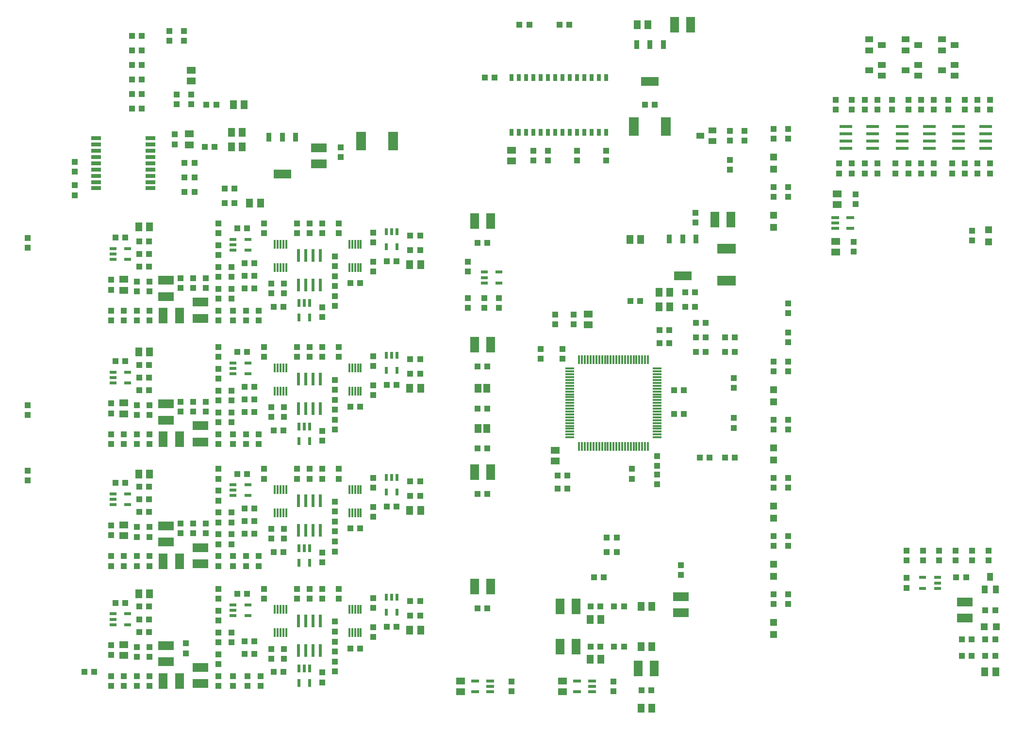
<source format=gbr>
G04 EAGLE Gerber RS-274X export*
G75*
%MOMM*%
%FSLAX34Y34*%
%LPD*%
%INSolderpaste Top*%
%IPPOS*%
%AMOC8*
5,1,8,0,0,1.08239X$1,22.5*%
G01*
%ADD10R,1.100000X1.000000*%
%ADD11R,1.000000X1.100000*%
%ADD12R,1.320800X0.558800*%
%ADD13R,2.700000X1.600000*%
%ADD14R,1.500000X1.300000*%
%ADD15R,0.330200X1.524000*%
%ADD16R,1.600000X2.700000*%
%ADD17R,1.200000X0.600000*%
%ADD18R,1.200000X0.550000*%
%ADD19R,0.600000X2.200000*%
%ADD20R,0.600000X1.200000*%
%ADD21R,1.300000X1.500000*%
%ADD22R,0.558800X1.320800*%
%ADD23R,0.762000X1.270000*%
%ADD24R,1.600000X0.300000*%
%ADD25R,0.300000X1.600000*%
%ADD26R,1.200000X1.200000*%
%ADD27R,1.168400X1.600200*%
%ADD28R,1.000000X1.400000*%
%ADD29R,2.184400X0.558800*%
%ADD30R,1.400000X1.000000*%
%ADD31R,0.838200X1.600200*%
%ADD32R,3.098800X1.600200*%
%ADD33R,1.800000X3.200000*%
%ADD34R,3.200000X1.800000*%
%ADD35R,1.800000X0.800000*%
%ADD36R,1.800000X0.700000*%


D10*
X131200Y114300D03*
X148200Y114300D03*
X177800Y89925D03*
X177800Y106925D03*
X31750Y855100D03*
X31750Y872100D03*
X31750Y563000D03*
X31750Y580000D03*
X31750Y448700D03*
X31750Y465700D03*
X177800Y745100D03*
X177800Y728100D03*
X177800Y529200D03*
X177800Y512200D03*
X177800Y316475D03*
X177800Y299475D03*
X200025Y728100D03*
X200025Y745100D03*
D11*
X244475Y795900D03*
X244475Y778900D03*
X298450Y802250D03*
X298450Y785250D03*
X390525Y728100D03*
X390525Y745100D03*
D10*
X410600Y806450D03*
X427600Y806450D03*
D11*
X410600Y784225D03*
X427600Y784225D03*
D12*
X838454Y79502D03*
X838454Y88900D03*
X838454Y98298D03*
X812546Y98298D03*
X812546Y79502D03*
D13*
X1171575Y245775D03*
X1171575Y217775D03*
D14*
X787400Y79400D03*
X787400Y98400D03*
D11*
X365125Y804300D03*
X365125Y821300D03*
D10*
X365125Y897500D03*
X365125Y880500D03*
D11*
X365125Y859400D03*
X365125Y842400D03*
D10*
X387350Y804300D03*
X387350Y821300D03*
X397900Y889000D03*
X414900Y889000D03*
D15*
X463169Y821055D03*
X467995Y821055D03*
X473075Y821055D03*
X478155Y821055D03*
X482981Y821055D03*
X482981Y861695D03*
X478155Y861695D03*
X473075Y861695D03*
X467995Y861695D03*
X463169Y861695D03*
D11*
X479425Y792725D03*
X479425Y775725D03*
X444500Y897500D03*
X444500Y880500D03*
D13*
X273050Y798225D03*
X273050Y770225D03*
D16*
X268575Y736600D03*
X296575Y736600D03*
D11*
X457200Y775725D03*
X457200Y792725D03*
D10*
X397900Y250825D03*
X414900Y250825D03*
D15*
X463169Y182880D03*
X467995Y182880D03*
X473075Y182880D03*
X478155Y182880D03*
X482981Y182880D03*
X482981Y223520D03*
X478155Y223520D03*
X473075Y223520D03*
X467995Y223520D03*
X463169Y223520D03*
D11*
X457200Y137550D03*
X457200Y154550D03*
X410600Y828675D03*
X427600Y828675D03*
D10*
X387350Y766200D03*
X387350Y783200D03*
X320675Y785250D03*
X320675Y802250D03*
D11*
X342900Y785250D03*
X342900Y802250D03*
X461400Y752475D03*
X478400Y752475D03*
X244475Y580000D03*
X244475Y563000D03*
X298450Y586350D03*
X298450Y569350D03*
X390525Y512200D03*
X390525Y529200D03*
D10*
X410600Y590550D03*
X427600Y590550D03*
D11*
X410600Y568325D03*
X427600Y568325D03*
X365125Y588400D03*
X365125Y605400D03*
D10*
X365125Y681600D03*
X365125Y664600D03*
D11*
X365125Y643500D03*
X365125Y626500D03*
D10*
X387350Y588400D03*
X387350Y605400D03*
D11*
X444500Y681600D03*
X444500Y664600D03*
D15*
X463169Y605155D03*
X467995Y605155D03*
X473075Y605155D03*
X478155Y605155D03*
X482981Y605155D03*
X482981Y645795D03*
X478155Y645795D03*
X473075Y645795D03*
X467995Y645795D03*
X463169Y645795D03*
D10*
X397900Y673100D03*
X414900Y673100D03*
D13*
X273050Y582325D03*
X273050Y554325D03*
D16*
X268575Y520700D03*
X296575Y520700D03*
D11*
X457200Y559825D03*
X457200Y576825D03*
X410600Y612775D03*
X427600Y612775D03*
D10*
X387350Y550300D03*
X387350Y567300D03*
X320675Y569350D03*
X320675Y586350D03*
D11*
X342900Y569350D03*
X342900Y586350D03*
X461400Y536575D03*
X478400Y536575D03*
D10*
X200025Y299475D03*
X200025Y316475D03*
D11*
X244475Y367275D03*
X244475Y350275D03*
X298450Y373625D03*
X298450Y356625D03*
X390525Y299475D03*
X390525Y316475D03*
D10*
X410600Y377825D03*
X427600Y377825D03*
D11*
X410600Y355600D03*
X427600Y355600D03*
X365125Y375675D03*
X365125Y392675D03*
D10*
X365125Y468875D03*
X365125Y451875D03*
D11*
X365125Y430775D03*
X365125Y413775D03*
D10*
X387350Y375675D03*
X387350Y392675D03*
D11*
X444500Y468875D03*
X444500Y451875D03*
D15*
X463169Y392430D03*
X467995Y392430D03*
X473075Y392430D03*
X478155Y392430D03*
X482981Y392430D03*
X482981Y433070D03*
X478155Y433070D03*
X473075Y433070D03*
X467995Y433070D03*
X463169Y433070D03*
D10*
X397900Y460375D03*
X414900Y460375D03*
D13*
X273050Y369600D03*
X273050Y341600D03*
D16*
X268575Y307975D03*
X296575Y307975D03*
D11*
X457200Y347100D03*
X457200Y364100D03*
X410600Y400050D03*
X427600Y400050D03*
D10*
X387350Y337575D03*
X387350Y354575D03*
X320675Y356625D03*
X320675Y373625D03*
D11*
X342900Y356625D03*
X342900Y373625D03*
D10*
X523875Y468875D03*
X523875Y451875D03*
X200025Y89925D03*
X200025Y106925D03*
D11*
X244475Y157725D03*
X244475Y140725D03*
X307975Y164075D03*
X307975Y147075D03*
X390525Y89925D03*
X390525Y106925D03*
D10*
X365125Y128025D03*
X365125Y145025D03*
D11*
X365125Y166125D03*
X365125Y183125D03*
D10*
X365125Y259325D03*
X365125Y242325D03*
D11*
X365125Y221225D03*
X365125Y204225D03*
D10*
X387350Y166125D03*
X387350Y183125D03*
D11*
X444500Y259325D03*
X444500Y242325D03*
D15*
X593344Y182880D03*
X598170Y182880D03*
X603250Y182880D03*
X608330Y182880D03*
X613156Y182880D03*
X613156Y223520D03*
X608330Y223520D03*
X603250Y223520D03*
X598170Y223520D03*
X593344Y223520D03*
D11*
X635000Y243450D03*
X635000Y226450D03*
X574675Y259325D03*
X574675Y242325D03*
D13*
X273050Y160050D03*
X273050Y132050D03*
D16*
X268575Y98425D03*
X296575Y98425D03*
D11*
X635000Y175650D03*
X635000Y192650D03*
X594750Y155575D03*
X611750Y155575D03*
D10*
X365125Y567300D03*
X365125Y550300D03*
X365125Y783200D03*
X365125Y766200D03*
X365125Y354575D03*
X365125Y337575D03*
X800100Y767325D03*
X800100Y750325D03*
D17*
X854435Y812775D03*
X854435Y793775D03*
X828315Y812775D03*
X828315Y803275D03*
X828315Y793775D03*
D10*
X800100Y830825D03*
X800100Y813825D03*
X854075Y750325D03*
X854075Y767325D03*
D11*
X828675Y767325D03*
X828675Y750325D03*
D10*
X410600Y168275D03*
X427600Y168275D03*
D11*
X410600Y146050D03*
X427600Y146050D03*
D10*
X523875Y259325D03*
X523875Y242325D03*
D15*
X593344Y392430D03*
X598170Y392430D03*
X603250Y392430D03*
X608330Y392430D03*
X613156Y392430D03*
X613156Y433070D03*
X608330Y433070D03*
X603250Y433070D03*
X598170Y433070D03*
X593344Y433070D03*
D11*
X635000Y453000D03*
X635000Y436000D03*
X574675Y468875D03*
X574675Y451875D03*
X635000Y385200D03*
X635000Y402200D03*
X594750Y365125D03*
X611750Y365125D03*
D15*
X593344Y605155D03*
X598170Y605155D03*
X603250Y605155D03*
X608330Y605155D03*
X613156Y605155D03*
X613156Y645795D03*
X608330Y645795D03*
X603250Y645795D03*
X598170Y645795D03*
X593344Y645795D03*
D11*
X635000Y665725D03*
X635000Y648725D03*
X574675Y681600D03*
X574675Y664600D03*
X635000Y597925D03*
X635000Y614925D03*
X594750Y577850D03*
X611750Y577850D03*
D15*
X593344Y821055D03*
X598170Y821055D03*
X603250Y821055D03*
X608330Y821055D03*
X613156Y821055D03*
X613156Y861695D03*
X608330Y861695D03*
X603250Y861695D03*
X598170Y861695D03*
X593344Y861695D03*
D11*
X635000Y881625D03*
X635000Y864625D03*
X574675Y897500D03*
X574675Y880500D03*
X635000Y813825D03*
X635000Y830825D03*
X594750Y793750D03*
X611750Y793750D03*
X222250Y728100D03*
X222250Y745100D03*
D10*
X244475Y745100D03*
X244475Y728100D03*
D11*
X222250Y512200D03*
X222250Y529200D03*
D10*
X244475Y529200D03*
X244475Y512200D03*
D11*
X222250Y299475D03*
X222250Y316475D03*
X222250Y89925D03*
X222250Y106925D03*
D10*
X244475Y316475D03*
X244475Y299475D03*
X244475Y106925D03*
X244475Y89925D03*
X177800Y143900D03*
X177800Y160900D03*
X177800Y353450D03*
X177800Y370450D03*
X177800Y566175D03*
X177800Y583175D03*
X177800Y782075D03*
X177800Y799075D03*
X434975Y728100D03*
X434975Y745100D03*
X434975Y512200D03*
X434975Y529200D03*
X434975Y299475D03*
X434975Y316475D03*
X438150Y89925D03*
X438150Y106925D03*
X1358900Y232800D03*
X1358900Y249800D03*
X568325Y624450D03*
X568325Y607450D03*
X568325Y411725D03*
X568325Y394725D03*
X568325Y202175D03*
X568325Y185175D03*
X568325Y840350D03*
X568325Y823350D03*
D18*
X390225Y654025D03*
X390225Y644525D03*
X390225Y635025D03*
X416225Y635025D03*
X416225Y654025D03*
X390225Y441300D03*
X390225Y431800D03*
X390225Y422300D03*
X416225Y422300D03*
X416225Y441300D03*
X390225Y231750D03*
X390225Y222250D03*
X390225Y212750D03*
X416225Y212750D03*
X416225Y231750D03*
X390225Y869925D03*
X390225Y860425D03*
X390225Y850925D03*
X416225Y850925D03*
X416225Y869925D03*
D19*
X542925Y841975D03*
X530225Y841975D03*
X517525Y841975D03*
X504825Y841975D03*
X504825Y789975D03*
X517525Y789975D03*
X530225Y789975D03*
X542925Y789975D03*
D11*
X501650Y880500D03*
X501650Y897500D03*
X568325Y788425D03*
X568325Y805425D03*
X546100Y897500D03*
X546100Y880500D03*
X568325Y753500D03*
X568325Y770500D03*
X479425Y576825D03*
X479425Y559825D03*
D19*
X542925Y626075D03*
X530225Y626075D03*
X517525Y626075D03*
X504825Y626075D03*
X504825Y574075D03*
X517525Y574075D03*
X530225Y574075D03*
X542925Y574075D03*
D11*
X501650Y664600D03*
X501650Y681600D03*
X568325Y572525D03*
X568325Y589525D03*
X546100Y681600D03*
X546100Y664600D03*
X568325Y537600D03*
X568325Y554600D03*
X479425Y364100D03*
X479425Y347100D03*
D19*
X542925Y413350D03*
X530225Y413350D03*
X517525Y413350D03*
X504825Y413350D03*
X504825Y361350D03*
X517525Y361350D03*
X530225Y361350D03*
X542925Y361350D03*
D11*
X501650Y451875D03*
X501650Y468875D03*
X568325Y359800D03*
X568325Y376800D03*
X546100Y468875D03*
X546100Y451875D03*
X568325Y324875D03*
X568325Y341875D03*
X479425Y154550D03*
X479425Y137550D03*
D19*
X542925Y203800D03*
X530225Y203800D03*
X517525Y203800D03*
X504825Y203800D03*
X504825Y151800D03*
X517525Y151800D03*
X530225Y151800D03*
X542925Y151800D03*
D11*
X501650Y242325D03*
X501650Y259325D03*
X568325Y150250D03*
X568325Y167250D03*
X546100Y259325D03*
X546100Y242325D03*
X568325Y115325D03*
X568325Y132325D03*
X226450Y866775D03*
X243450Y866775D03*
D10*
X523875Y897500D03*
X523875Y880500D03*
X523875Y681600D03*
X523875Y664600D03*
D11*
X461400Y114300D03*
X478400Y114300D03*
X461400Y323850D03*
X478400Y323850D03*
X1054100Y97400D03*
X1054100Y80400D03*
X412750Y745100D03*
X412750Y728100D03*
X412750Y529200D03*
X412750Y512200D03*
X412750Y316475D03*
X412750Y299475D03*
X415925Y106925D03*
X415925Y89925D03*
D17*
X206735Y854050D03*
X206735Y835050D03*
X180615Y854050D03*
X180615Y844550D03*
X180615Y835050D03*
D11*
X226450Y822325D03*
X243450Y822325D03*
X226450Y844550D03*
X243450Y844550D03*
X222250Y795900D03*
X222250Y778900D03*
D14*
X200025Y800075D03*
X200025Y781075D03*
D10*
X185175Y873125D03*
X202175Y873125D03*
D11*
X226450Y650875D03*
X243450Y650875D03*
D17*
X206735Y638150D03*
X206735Y619150D03*
X180615Y638150D03*
X180615Y628650D03*
X180615Y619150D03*
D11*
X226450Y606425D03*
X243450Y606425D03*
X226450Y628650D03*
X243450Y628650D03*
X222250Y580000D03*
X222250Y563000D03*
D14*
X200025Y584175D03*
X200025Y565175D03*
D10*
X185175Y657225D03*
X202175Y657225D03*
D11*
X226450Y438150D03*
X243450Y438150D03*
D17*
X206735Y425425D03*
X206735Y406425D03*
X180615Y425425D03*
X180615Y415925D03*
X180615Y406425D03*
D11*
X226450Y393700D03*
X243450Y393700D03*
X226450Y415925D03*
X243450Y415925D03*
X222250Y367275D03*
X222250Y350275D03*
D14*
X200025Y371450D03*
X200025Y352450D03*
D10*
X185175Y444500D03*
X202175Y444500D03*
D11*
X226450Y228600D03*
X243450Y228600D03*
D17*
X206735Y215875D03*
X206735Y196875D03*
X180615Y215875D03*
X180615Y206375D03*
X180615Y196875D03*
D11*
X226450Y184150D03*
X243450Y184150D03*
X226450Y206375D03*
X243450Y206375D03*
X222250Y157725D03*
X222250Y140725D03*
D14*
X200025Y161900D03*
X200025Y142900D03*
D10*
X185175Y234950D03*
X202175Y234950D03*
D11*
X716525Y850900D03*
X699525Y850900D03*
D20*
X676250Y856890D03*
X657250Y856890D03*
X676250Y883010D03*
X666750Y883010D03*
X657250Y883010D03*
D21*
X717525Y825500D03*
X698525Y825500D03*
D10*
X658250Y831850D03*
X675250Y831850D03*
D11*
X716525Y635000D03*
X699525Y635000D03*
D20*
X676250Y640990D03*
X657250Y640990D03*
X676250Y667110D03*
X666750Y667110D03*
X657250Y667110D03*
D21*
X717525Y609600D03*
X698525Y609600D03*
D10*
X658250Y615950D03*
X675250Y615950D03*
D11*
X716525Y422275D03*
X699525Y422275D03*
D20*
X676250Y428265D03*
X657250Y428265D03*
X676250Y454385D03*
X666750Y454385D03*
X657250Y454385D03*
D21*
X717525Y396875D03*
X698525Y396875D03*
D10*
X658250Y403225D03*
X675250Y403225D03*
D11*
X716525Y212725D03*
X699525Y212725D03*
D20*
X676250Y218715D03*
X657250Y218715D03*
X676250Y244835D03*
X666750Y244835D03*
X657250Y244835D03*
D21*
X717525Y187325D03*
X698525Y187325D03*
D10*
X658250Y193675D03*
X675250Y193675D03*
D22*
X523748Y758825D03*
X514350Y758825D03*
X504952Y758825D03*
X504952Y733425D03*
X523748Y733425D03*
X523748Y120650D03*
X514350Y120650D03*
X504952Y120650D03*
X504952Y95250D03*
X523748Y95250D03*
X523748Y330200D03*
X514350Y330200D03*
X504952Y330200D03*
X504952Y304800D03*
X523748Y304800D03*
X523748Y542925D03*
X514350Y542925D03*
X504952Y542925D03*
X504952Y517525D03*
X523748Y517525D03*
D10*
X200025Y512200D03*
X200025Y529200D03*
D13*
X333375Y516225D03*
X333375Y544225D03*
D11*
X365125Y512200D03*
X365125Y529200D03*
X365125Y728100D03*
X365125Y745100D03*
D13*
X333375Y732125D03*
X333375Y760125D03*
X333375Y303500D03*
X333375Y331500D03*
D11*
X365125Y299475D03*
X365125Y316475D03*
D13*
X333375Y93950D03*
X333375Y121950D03*
D11*
X365125Y89925D03*
X365125Y106925D03*
D23*
X876300Y1057100D03*
X889000Y1057100D03*
X901700Y1057100D03*
X914400Y1057100D03*
X927100Y1057100D03*
X939800Y1057100D03*
X952500Y1057100D03*
X965200Y1057100D03*
X977900Y1057100D03*
X990600Y1057100D03*
X977900Y1152700D03*
X990600Y1152700D03*
X1003300Y1152700D03*
X1016000Y1152700D03*
X1028700Y1152700D03*
X1041400Y1152700D03*
X1041400Y1057100D03*
X1028700Y1057100D03*
X1016000Y1057100D03*
X1003300Y1057100D03*
X965200Y1152700D03*
X952500Y1152700D03*
X939800Y1152700D03*
X927100Y1152700D03*
X914400Y1152700D03*
X901700Y1152700D03*
X889000Y1152700D03*
X876300Y1152700D03*
D10*
X279400Y1217050D03*
X279400Y1234050D03*
X304800Y1217050D03*
X304800Y1234050D03*
D11*
X213750Y1225550D03*
X230750Y1225550D03*
X213750Y1174750D03*
X230750Y1174750D03*
X230750Y1149350D03*
X213750Y1149350D03*
X230750Y1123950D03*
X213750Y1123950D03*
D10*
X990600Y1024500D03*
X990600Y1007500D03*
X1041400Y1007500D03*
X1041400Y1024500D03*
X230750Y1200150D03*
X213750Y1200150D03*
X959875Y1244600D03*
X976875Y1244600D03*
X907025Y1244600D03*
X890025Y1244600D03*
X213750Y1098550D03*
X230750Y1098550D03*
X1257300Y1008625D03*
X1257300Y991625D03*
X1257300Y1059425D03*
X1257300Y1042425D03*
X1282700Y1059425D03*
X1282700Y1042425D03*
D11*
X288925Y1053075D03*
X288925Y1036075D03*
X322825Y977900D03*
X305825Y977900D03*
X322825Y952500D03*
X305825Y952500D03*
D14*
X314325Y1054075D03*
X314325Y1035075D03*
D21*
X1101700Y869950D03*
X1082700Y869950D03*
D13*
X539750Y1030000D03*
X539750Y1002000D03*
D11*
X322825Y1003300D03*
X305825Y1003300D03*
D10*
X829700Y1152525D03*
X846700Y1152525D03*
D21*
X1114400Y1244600D03*
X1095400Y1244600D03*
D16*
X1125250Y120650D03*
X1097250Y120650D03*
D11*
X546100Y113275D03*
X546100Y96275D03*
X546100Y322825D03*
X546100Y305825D03*
X546100Y535550D03*
X546100Y518550D03*
X546100Y751450D03*
X546100Y734450D03*
X699525Y876300D03*
X716525Y876300D03*
X699525Y238125D03*
X716525Y238125D03*
X699525Y447675D03*
X716525Y447675D03*
X699525Y660400D03*
X716525Y660400D03*
X577850Y1030850D03*
X577850Y1013850D03*
X876300Y97400D03*
X876300Y80400D03*
D10*
X1119750Y82550D03*
X1102750Y82550D03*
D11*
X1171575Y283600D03*
X1171575Y300600D03*
D10*
X1358900Y639200D03*
X1358900Y656200D03*
X1358900Y537600D03*
X1358900Y554600D03*
X1358900Y436000D03*
X1358900Y453000D03*
X1358900Y334400D03*
X1358900Y351400D03*
D16*
X839500Y685800D03*
X811500Y685800D03*
X839500Y901700D03*
X811500Y901700D03*
X839500Y263525D03*
X811500Y263525D03*
X839500Y463550D03*
X811500Y463550D03*
D10*
X834000Y225425D03*
X817000Y225425D03*
X834000Y863600D03*
X817000Y863600D03*
X834000Y425450D03*
X817000Y425450D03*
X834000Y647700D03*
X817000Y647700D03*
D21*
X244450Y460375D03*
X225450Y460375D03*
X244450Y250825D03*
X225450Y250825D03*
X244450Y673100D03*
X225450Y673100D03*
X244450Y892175D03*
X225450Y892175D03*
D24*
X1130100Y524200D03*
X1130100Y529200D03*
X1130100Y534200D03*
X1130100Y539200D03*
X1130100Y544200D03*
X1130100Y549200D03*
X1130100Y554200D03*
X1130100Y559200D03*
X1130100Y564200D03*
X1130100Y569200D03*
X1130100Y574200D03*
X1130100Y579200D03*
X1130100Y584200D03*
X1130100Y589200D03*
X1130100Y594200D03*
X1130100Y599200D03*
X1130100Y604200D03*
X1130100Y609200D03*
X1130100Y614200D03*
X1130100Y619200D03*
X1130100Y624200D03*
X1130100Y629200D03*
X1130100Y634200D03*
X1130100Y639200D03*
X1130100Y644200D03*
D25*
X1114100Y660200D03*
X1109100Y660200D03*
X1104100Y660200D03*
X1099100Y660200D03*
X1094100Y660200D03*
X1089100Y660200D03*
X1084100Y660200D03*
X1079100Y660200D03*
X1074100Y660200D03*
X1069100Y660200D03*
X1064100Y660200D03*
X1059100Y660200D03*
X1054100Y660200D03*
X1049100Y660200D03*
X1044100Y660200D03*
X1039100Y660200D03*
X1034100Y660200D03*
X1029100Y660200D03*
X1024100Y660200D03*
X1019100Y660200D03*
X1014100Y660200D03*
X1009100Y660200D03*
X1004100Y660200D03*
X999100Y660200D03*
X994100Y660200D03*
D24*
X978100Y644200D03*
X978100Y639200D03*
X978100Y634200D03*
X978100Y629200D03*
X978100Y624200D03*
X978100Y619200D03*
X978100Y614200D03*
X978100Y609200D03*
X978100Y604200D03*
X978100Y599200D03*
X978100Y594200D03*
X978100Y589200D03*
X978100Y584200D03*
X978100Y579200D03*
X978100Y574200D03*
X978100Y569200D03*
X978100Y564200D03*
X978100Y559200D03*
X978100Y554200D03*
X978100Y549200D03*
X978100Y544200D03*
X978100Y539200D03*
X978100Y534200D03*
X978100Y529200D03*
X978100Y524200D03*
D25*
X994100Y508200D03*
X999100Y508200D03*
X1004100Y508200D03*
X1009100Y508200D03*
X1014100Y508200D03*
X1019100Y508200D03*
X1024100Y508200D03*
X1029100Y508200D03*
X1034100Y508200D03*
X1039100Y508200D03*
X1044100Y508200D03*
X1049100Y508200D03*
X1054100Y508200D03*
X1059100Y508200D03*
X1064100Y508200D03*
X1069100Y508200D03*
X1074100Y508200D03*
X1079100Y508200D03*
X1084100Y508200D03*
X1089100Y508200D03*
X1094100Y508200D03*
X1099100Y508200D03*
X1104100Y508200D03*
X1109100Y508200D03*
X1114100Y508200D03*
D11*
X1263650Y610625D03*
X1263650Y627625D03*
X1263650Y557775D03*
X1263650Y540775D03*
X1221350Y488950D03*
X1204350Y488950D03*
D10*
X1248800Y488950D03*
X1265800Y488950D03*
X1358900Y1045600D03*
X1358900Y1062600D03*
X1358900Y944000D03*
X1358900Y961000D03*
X1248800Y698500D03*
X1265800Y698500D03*
X1248800Y673100D03*
X1265800Y673100D03*
X1215000Y698500D03*
X1198000Y698500D03*
X1215000Y673100D03*
X1198000Y673100D03*
D11*
X1198000Y723900D03*
X1215000Y723900D03*
D10*
X1159900Y565150D03*
X1176900Y565150D03*
X1134500Y688975D03*
X1151500Y688975D03*
D11*
X984250Y721750D03*
X984250Y738750D03*
X1130300Y459350D03*
X1130300Y442350D03*
D10*
X973700Y457200D03*
X956700Y457200D03*
X1159900Y606425D03*
X1176900Y606425D03*
D14*
X1009650Y720750D03*
X1009650Y739750D03*
X952500Y501625D03*
X952500Y482625D03*
D10*
X1085850Y451875D03*
X1085850Y468875D03*
D11*
X1042425Y349250D03*
X1059425Y349250D03*
X1042425Y323850D03*
X1059425Y323850D03*
D10*
X1358900Y690000D03*
X1358900Y707000D03*
X1358900Y740800D03*
X1358900Y757800D03*
D26*
X1333500Y586400D03*
X1333500Y607400D03*
X1333500Y992800D03*
X1333500Y1013800D03*
X1333500Y180000D03*
X1333500Y201000D03*
X1333500Y281600D03*
X1333500Y302600D03*
X1333500Y383200D03*
X1333500Y404200D03*
X1333500Y484800D03*
X1333500Y505800D03*
X1333500Y891200D03*
X1333500Y912200D03*
D10*
X1333500Y232800D03*
X1333500Y249800D03*
X1333500Y334400D03*
X1333500Y351400D03*
X1333500Y436000D03*
X1333500Y453000D03*
X1333500Y944000D03*
X1333500Y961000D03*
X1333500Y1045600D03*
X1333500Y1062600D03*
X1333500Y537600D03*
X1333500Y554600D03*
X1333500Y639200D03*
X1333500Y656200D03*
D11*
X1100700Y762000D03*
X1083700Y762000D03*
X1020200Y279400D03*
X1037200Y279400D03*
D27*
X817880Y609600D03*
X833120Y609600D03*
X817880Y539750D03*
X833120Y539750D03*
D11*
X834000Y574675D03*
X817000Y574675D03*
X834000Y504825D03*
X817000Y504825D03*
D10*
X1565275Y326000D03*
X1565275Y309000D03*
X1719825Y142875D03*
X1702825Y142875D03*
X1678550Y171450D03*
X1661550Y171450D03*
D11*
X1669025Y279400D03*
X1652025Y279400D03*
X1622425Y309000D03*
X1622425Y326000D03*
X1651000Y326000D03*
X1651000Y309000D03*
D10*
X1593850Y309000D03*
X1593850Y326000D03*
X1679575Y309000D03*
X1679575Y326000D03*
D11*
X1719825Y222250D03*
X1702825Y222250D03*
X1565275Y261375D03*
X1565275Y278375D03*
D26*
X1700825Y193675D03*
X1721825Y193675D03*
D13*
X1666875Y208250D03*
X1666875Y236250D03*
D21*
X1720825Y114300D03*
X1701825Y114300D03*
D18*
X1619550Y260375D03*
X1619550Y269875D03*
X1619550Y279375D03*
X1593550Y279375D03*
X1593550Y260375D03*
D11*
X1708150Y326000D03*
X1708150Y309000D03*
D28*
X1711325Y280875D03*
X1720825Y258875D03*
X1701825Y258875D03*
D29*
X1459103Y1066800D03*
X1459103Y1054100D03*
X1459103Y1041400D03*
X1459103Y1028700D03*
X1506347Y1028700D03*
X1506347Y1041400D03*
X1506347Y1054100D03*
X1506347Y1066800D03*
X1557528Y1066800D03*
X1557528Y1054100D03*
X1557528Y1041400D03*
X1557528Y1028700D03*
X1604772Y1028700D03*
X1604772Y1041400D03*
X1604772Y1054100D03*
X1604772Y1066800D03*
X1655953Y1066800D03*
X1655953Y1054100D03*
X1655953Y1041400D03*
X1655953Y1028700D03*
X1703197Y1028700D03*
X1703197Y1041400D03*
X1703197Y1054100D03*
X1703197Y1066800D03*
D11*
X1476375Y931300D03*
X1476375Y948300D03*
D10*
X1514475Y1002275D03*
X1514475Y985275D03*
X1447800Y1002275D03*
X1447800Y985275D03*
X1546225Y1002275D03*
X1546225Y985275D03*
X1612900Y1002275D03*
X1612900Y985275D03*
X1644650Y1002275D03*
X1644650Y985275D03*
X1711325Y1002275D03*
X1711325Y985275D03*
X1470025Y985275D03*
X1470025Y1002275D03*
X1492250Y985275D03*
X1492250Y1002275D03*
X1590675Y985275D03*
X1590675Y1002275D03*
X1568450Y985275D03*
X1568450Y1002275D03*
X1689100Y985275D03*
X1689100Y1002275D03*
X1666875Y985275D03*
X1666875Y1002275D03*
D11*
X1441450Y1096400D03*
X1441450Y1113400D03*
D10*
X1514475Y1096400D03*
X1514475Y1113400D03*
X1492250Y1096400D03*
X1492250Y1113400D03*
D11*
X1539875Y1096400D03*
X1539875Y1113400D03*
X1638300Y1096400D03*
X1638300Y1113400D03*
D10*
X1590675Y1096400D03*
X1590675Y1113400D03*
X1612900Y1096400D03*
X1612900Y1113400D03*
X1689100Y1096400D03*
X1689100Y1113400D03*
X1711325Y1096400D03*
X1711325Y1113400D03*
X1679575Y884800D03*
X1679575Y867800D03*
D26*
X1708150Y886800D03*
X1708150Y865800D03*
D10*
X1470025Y1113400D03*
X1470025Y1096400D03*
X1568450Y1113400D03*
X1568450Y1096400D03*
X1666875Y1113400D03*
X1666875Y1096400D03*
D11*
X1473200Y865750D03*
X1473200Y848750D03*
D14*
X1441450Y866750D03*
X1441450Y847750D03*
X1444625Y930300D03*
X1444625Y949300D03*
D12*
X1441196Y907923D03*
X1441196Y898525D03*
X1441196Y889127D03*
X1467104Y889127D03*
X1467104Y907923D03*
D30*
X1585800Y1209675D03*
X1563800Y1200175D03*
X1563800Y1219175D03*
X1500300Y1165225D03*
X1522300Y1174725D03*
X1522300Y1155725D03*
X1522300Y1209675D03*
X1500300Y1200175D03*
X1500300Y1219175D03*
X1627300Y1165225D03*
X1649300Y1174725D03*
X1649300Y1155725D03*
X1649300Y1209675D03*
X1627300Y1200175D03*
X1627300Y1219175D03*
X1563800Y1165225D03*
X1585800Y1174725D03*
X1585800Y1155725D03*
X1205025Y1050925D03*
X1227025Y1060425D03*
X1227025Y1041425D03*
D11*
X1678550Y142875D03*
X1661550Y142875D03*
X1719825Y171450D03*
X1702825Y171450D03*
D12*
X1016254Y79502D03*
X1016254Y88900D03*
X1016254Y98298D03*
X990346Y98298D03*
X990346Y79502D03*
D14*
X965200Y79400D03*
X965200Y98400D03*
D31*
X1197864Y870204D03*
X1174750Y870204D03*
X1151636Y870204D03*
D32*
X1174750Y806196D03*
D31*
X1140714Y1209929D03*
X1117600Y1209929D03*
X1094486Y1209929D03*
D32*
X1117600Y1145921D03*
D31*
X499364Y1048004D03*
X476250Y1048004D03*
X453136Y1048004D03*
D32*
X476250Y983996D03*
D16*
X1160750Y1244600D03*
X1188750Y1244600D03*
D10*
X1126100Y1104900D03*
X1109100Y1104900D03*
D16*
X1230600Y904875D03*
X1258600Y904875D03*
D11*
X1196975Y899550D03*
X1196975Y916550D03*
D33*
X669350Y1041400D03*
X613350Y1041400D03*
X1089600Y1066800D03*
X1145600Y1066800D03*
D34*
X1250950Y797500D03*
X1250950Y853500D03*
D21*
X406375Y1057275D03*
X387375Y1057275D03*
D35*
X151350Y1035800D03*
X151350Y1024800D03*
X151350Y1013800D03*
X151350Y1002800D03*
X151350Y991800D03*
X151350Y980800D03*
X151350Y969800D03*
D36*
X151350Y959300D03*
X151350Y1046300D03*
D35*
X246350Y1035800D03*
X246350Y1024800D03*
X246350Y1013800D03*
X246350Y1002800D03*
X246350Y991800D03*
X246350Y980800D03*
X246350Y969800D03*
D36*
X246350Y959300D03*
X246350Y1046300D03*
D11*
X114300Y964175D03*
X114300Y947175D03*
D10*
X114300Y988450D03*
X114300Y1005450D03*
D21*
X409550Y1104900D03*
X390550Y1104900D03*
D11*
X360925Y1104900D03*
X343925Y1104900D03*
D10*
X317500Y1122925D03*
X317500Y1105925D03*
D14*
X317500Y1146200D03*
X317500Y1165200D03*
D11*
X292100Y1105925D03*
X292100Y1122925D03*
D21*
X1152500Y777875D03*
X1133500Y777875D03*
D11*
X1195950Y777875D03*
X1178950Y777875D03*
D21*
X1152500Y752475D03*
X1133500Y752475D03*
D11*
X1195950Y752475D03*
X1178950Y752475D03*
D21*
X1120750Y158750D03*
X1101750Y158750D03*
D11*
X1072125Y158750D03*
X1055125Y158750D03*
X1013850Y158750D03*
X1030850Y158750D03*
D16*
X960725Y158750D03*
X988725Y158750D03*
D21*
X1031850Y136525D03*
X1012850Y136525D03*
D11*
X1072125Y228600D03*
X1055125Y228600D03*
D21*
X1120750Y228600D03*
X1101750Y228600D03*
D11*
X1013850Y228600D03*
X1030850Y228600D03*
D16*
X960725Y228600D03*
X988725Y228600D03*
D21*
X1031850Y206375D03*
X1012850Y206375D03*
X1120750Y50800D03*
X1101750Y50800D03*
D10*
X973700Y434975D03*
X956700Y434975D03*
D11*
X1130300Y474100D03*
X1130300Y491100D03*
D10*
X1134500Y711200D03*
X1151500Y711200D03*
X914400Y1024500D03*
X914400Y1007500D03*
X939800Y1024500D03*
X939800Y1007500D03*
D14*
X876300Y1006500D03*
X876300Y1025500D03*
D21*
X419125Y933450D03*
X438125Y933450D03*
D10*
X375675Y958850D03*
X392675Y958850D03*
D11*
X392675Y933450D03*
X375675Y933450D03*
D21*
X406375Y1031875D03*
X387375Y1031875D03*
D11*
X357750Y1031875D03*
X340750Y1031875D03*
D10*
X927100Y661425D03*
X927100Y678425D03*
X952500Y721750D03*
X952500Y738750D03*
X965200Y661425D03*
X965200Y678425D03*
M02*

</source>
